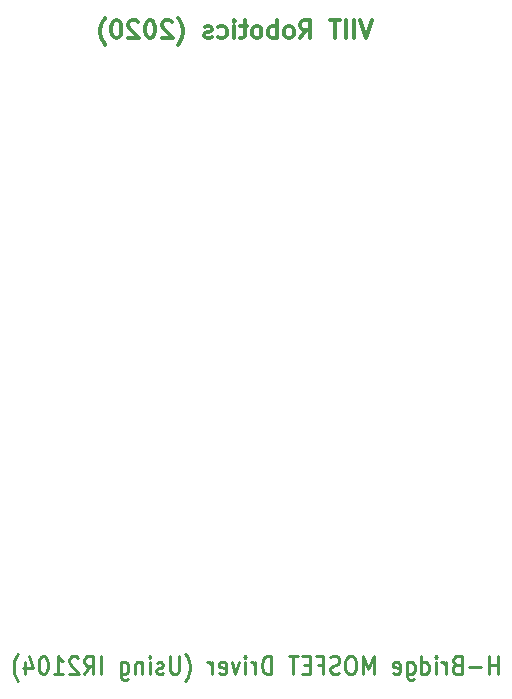
<source format=gbr>
G04 #@! TF.GenerationSoftware,KiCad,Pcbnew,(5.0.2)-1*
G04 #@! TF.CreationDate,2020-02-26T19:00:20+05:30*
G04 #@! TF.ProjectId,mosfet driver,6d6f7366-6574-4206-9472-697665722e6b,rev?*
G04 #@! TF.SameCoordinates,Original*
G04 #@! TF.FileFunction,Legend,Bot*
G04 #@! TF.FilePolarity,Positive*
%FSLAX46Y46*%
G04 Gerber Fmt 4.6, Leading zero omitted, Abs format (unit mm)*
G04 Created by KiCad (PCBNEW (5.0.2)-1) date 02/26/20 19:00:20*
%MOMM*%
%LPD*%
G01*
G04 APERTURE LIST*
%ADD10C,0.300000*%
%ADD11C,0.250000*%
G04 APERTURE END LIST*
D10*
X88061142Y-125162571D02*
X87561142Y-126662571D01*
X87061142Y-125162571D01*
X86561142Y-126662571D02*
X86561142Y-125162571D01*
X85846857Y-126662571D02*
X85846857Y-125162571D01*
X85346857Y-125162571D02*
X84489714Y-125162571D01*
X84918285Y-126662571D02*
X84918285Y-125162571D01*
X81989714Y-126662571D02*
X82489714Y-125948285D01*
X82846857Y-126662571D02*
X82846857Y-125162571D01*
X82275428Y-125162571D01*
X82132571Y-125234000D01*
X82061142Y-125305428D01*
X81989714Y-125448285D01*
X81989714Y-125662571D01*
X82061142Y-125805428D01*
X82132571Y-125876857D01*
X82275428Y-125948285D01*
X82846857Y-125948285D01*
X81132571Y-126662571D02*
X81275428Y-126591142D01*
X81346857Y-126519714D01*
X81418285Y-126376857D01*
X81418285Y-125948285D01*
X81346857Y-125805428D01*
X81275428Y-125734000D01*
X81132571Y-125662571D01*
X80918285Y-125662571D01*
X80775428Y-125734000D01*
X80704000Y-125805428D01*
X80632571Y-125948285D01*
X80632571Y-126376857D01*
X80704000Y-126519714D01*
X80775428Y-126591142D01*
X80918285Y-126662571D01*
X81132571Y-126662571D01*
X79989714Y-126662571D02*
X79989714Y-125162571D01*
X79989714Y-125734000D02*
X79846857Y-125662571D01*
X79561142Y-125662571D01*
X79418285Y-125734000D01*
X79346857Y-125805428D01*
X79275428Y-125948285D01*
X79275428Y-126376857D01*
X79346857Y-126519714D01*
X79418285Y-126591142D01*
X79561142Y-126662571D01*
X79846857Y-126662571D01*
X79989714Y-126591142D01*
X78418285Y-126662571D02*
X78561142Y-126591142D01*
X78632571Y-126519714D01*
X78704000Y-126376857D01*
X78704000Y-125948285D01*
X78632571Y-125805428D01*
X78561142Y-125734000D01*
X78418285Y-125662571D01*
X78204000Y-125662571D01*
X78061142Y-125734000D01*
X77989714Y-125805428D01*
X77918285Y-125948285D01*
X77918285Y-126376857D01*
X77989714Y-126519714D01*
X78061142Y-126591142D01*
X78204000Y-126662571D01*
X78418285Y-126662571D01*
X77489714Y-125662571D02*
X76918285Y-125662571D01*
X77275428Y-125162571D02*
X77275428Y-126448285D01*
X77204000Y-126591142D01*
X77061142Y-126662571D01*
X76918285Y-126662571D01*
X76418285Y-126662571D02*
X76418285Y-125662571D01*
X76418285Y-125162571D02*
X76489714Y-125234000D01*
X76418285Y-125305428D01*
X76346857Y-125234000D01*
X76418285Y-125162571D01*
X76418285Y-125305428D01*
X75061142Y-126591142D02*
X75204000Y-126662571D01*
X75489714Y-126662571D01*
X75632571Y-126591142D01*
X75704000Y-126519714D01*
X75775428Y-126376857D01*
X75775428Y-125948285D01*
X75704000Y-125805428D01*
X75632571Y-125734000D01*
X75489714Y-125662571D01*
X75204000Y-125662571D01*
X75061142Y-125734000D01*
X74489714Y-126591142D02*
X74346857Y-126662571D01*
X74061142Y-126662571D01*
X73918285Y-126591142D01*
X73846857Y-126448285D01*
X73846857Y-126376857D01*
X73918285Y-126234000D01*
X74061142Y-126162571D01*
X74275428Y-126162571D01*
X74418285Y-126091142D01*
X74489714Y-125948285D01*
X74489714Y-125876857D01*
X74418285Y-125734000D01*
X74275428Y-125662571D01*
X74061142Y-125662571D01*
X73918285Y-125734000D01*
X71632571Y-127234000D02*
X71704000Y-127162571D01*
X71846857Y-126948285D01*
X71918285Y-126805428D01*
X71989714Y-126591142D01*
X72061142Y-126234000D01*
X72061142Y-125948285D01*
X71989714Y-125591142D01*
X71918285Y-125376857D01*
X71846857Y-125234000D01*
X71704000Y-125019714D01*
X71632571Y-124948285D01*
X71132571Y-125305428D02*
X71061142Y-125234000D01*
X70918285Y-125162571D01*
X70561142Y-125162571D01*
X70418285Y-125234000D01*
X70346857Y-125305428D01*
X70275428Y-125448285D01*
X70275428Y-125591142D01*
X70346857Y-125805428D01*
X71204000Y-126662571D01*
X70275428Y-126662571D01*
X69346857Y-125162571D02*
X69204000Y-125162571D01*
X69061142Y-125234000D01*
X68989714Y-125305428D01*
X68918285Y-125448285D01*
X68846857Y-125734000D01*
X68846857Y-126091142D01*
X68918285Y-126376857D01*
X68989714Y-126519714D01*
X69061142Y-126591142D01*
X69204000Y-126662571D01*
X69346857Y-126662571D01*
X69489714Y-126591142D01*
X69561142Y-126519714D01*
X69632571Y-126376857D01*
X69704000Y-126091142D01*
X69704000Y-125734000D01*
X69632571Y-125448285D01*
X69561142Y-125305428D01*
X69489714Y-125234000D01*
X69346857Y-125162571D01*
X68275428Y-125305428D02*
X68204000Y-125234000D01*
X68061142Y-125162571D01*
X67704000Y-125162571D01*
X67561142Y-125234000D01*
X67489714Y-125305428D01*
X67418285Y-125448285D01*
X67418285Y-125591142D01*
X67489714Y-125805428D01*
X68346857Y-126662571D01*
X67418285Y-126662571D01*
X66489714Y-125162571D02*
X66346857Y-125162571D01*
X66204000Y-125234000D01*
X66132571Y-125305428D01*
X66061142Y-125448285D01*
X65989714Y-125734000D01*
X65989714Y-126091142D01*
X66061142Y-126376857D01*
X66132571Y-126519714D01*
X66204000Y-126591142D01*
X66346857Y-126662571D01*
X66489714Y-126662571D01*
X66632571Y-126591142D01*
X66704000Y-126519714D01*
X66775428Y-126376857D01*
X66846857Y-126091142D01*
X66846857Y-125734000D01*
X66775428Y-125448285D01*
X66704000Y-125305428D01*
X66632571Y-125234000D01*
X66489714Y-125162571D01*
X65489714Y-127234000D02*
X65418285Y-127162571D01*
X65275428Y-126948285D01*
X65204000Y-126805428D01*
X65132571Y-126591142D01*
X65061142Y-126234000D01*
X65061142Y-125948285D01*
X65132571Y-125591142D01*
X65204000Y-125376857D01*
X65275428Y-125234000D01*
X65418285Y-125019714D01*
X65489714Y-124948285D01*
D11*
X98739142Y-180510571D02*
X98739142Y-179010571D01*
X98739142Y-179724857D02*
X97967714Y-179724857D01*
X97967714Y-180510571D02*
X97967714Y-179010571D01*
X97324857Y-179939142D02*
X96296285Y-179939142D01*
X95203428Y-179724857D02*
X95010571Y-179796285D01*
X94946285Y-179867714D01*
X94882000Y-180010571D01*
X94882000Y-180224857D01*
X94946285Y-180367714D01*
X95010571Y-180439142D01*
X95139142Y-180510571D01*
X95653428Y-180510571D01*
X95653428Y-179010571D01*
X95203428Y-179010571D01*
X95074857Y-179082000D01*
X95010571Y-179153428D01*
X94946285Y-179296285D01*
X94946285Y-179439142D01*
X95010571Y-179582000D01*
X95074857Y-179653428D01*
X95203428Y-179724857D01*
X95653428Y-179724857D01*
X94303428Y-180510571D02*
X94303428Y-179510571D01*
X94303428Y-179796285D02*
X94239142Y-179653428D01*
X94174857Y-179582000D01*
X94046285Y-179510571D01*
X93917714Y-179510571D01*
X93467714Y-180510571D02*
X93467714Y-179510571D01*
X93467714Y-179010571D02*
X93532000Y-179082000D01*
X93467714Y-179153428D01*
X93403428Y-179082000D01*
X93467714Y-179010571D01*
X93467714Y-179153428D01*
X92246285Y-180510571D02*
X92246285Y-179010571D01*
X92246285Y-180439142D02*
X92374857Y-180510571D01*
X92632000Y-180510571D01*
X92760571Y-180439142D01*
X92824857Y-180367714D01*
X92889142Y-180224857D01*
X92889142Y-179796285D01*
X92824857Y-179653428D01*
X92760571Y-179582000D01*
X92632000Y-179510571D01*
X92374857Y-179510571D01*
X92246285Y-179582000D01*
X91024857Y-179510571D02*
X91024857Y-180724857D01*
X91089142Y-180867714D01*
X91153428Y-180939142D01*
X91282000Y-181010571D01*
X91474857Y-181010571D01*
X91603428Y-180939142D01*
X91024857Y-180439142D02*
X91153428Y-180510571D01*
X91410571Y-180510571D01*
X91539142Y-180439142D01*
X91603428Y-180367714D01*
X91667714Y-180224857D01*
X91667714Y-179796285D01*
X91603428Y-179653428D01*
X91539142Y-179582000D01*
X91410571Y-179510571D01*
X91153428Y-179510571D01*
X91024857Y-179582000D01*
X89867714Y-180439142D02*
X89996285Y-180510571D01*
X90253428Y-180510571D01*
X90382000Y-180439142D01*
X90446285Y-180296285D01*
X90446285Y-179724857D01*
X90382000Y-179582000D01*
X90253428Y-179510571D01*
X89996285Y-179510571D01*
X89867714Y-179582000D01*
X89803428Y-179724857D01*
X89803428Y-179867714D01*
X90446285Y-180010571D01*
X88196285Y-180510571D02*
X88196285Y-179010571D01*
X87746285Y-180082000D01*
X87296285Y-179010571D01*
X87296285Y-180510571D01*
X86396285Y-179010571D02*
X86139142Y-179010571D01*
X86010571Y-179082000D01*
X85882000Y-179224857D01*
X85817714Y-179510571D01*
X85817714Y-180010571D01*
X85882000Y-180296285D01*
X86010571Y-180439142D01*
X86139142Y-180510571D01*
X86396285Y-180510571D01*
X86524857Y-180439142D01*
X86653428Y-180296285D01*
X86717714Y-180010571D01*
X86717714Y-179510571D01*
X86653428Y-179224857D01*
X86524857Y-179082000D01*
X86396285Y-179010571D01*
X85303428Y-180439142D02*
X85110571Y-180510571D01*
X84789142Y-180510571D01*
X84660571Y-180439142D01*
X84596285Y-180367714D01*
X84532000Y-180224857D01*
X84532000Y-180082000D01*
X84596285Y-179939142D01*
X84660571Y-179867714D01*
X84789142Y-179796285D01*
X85046285Y-179724857D01*
X85174857Y-179653428D01*
X85239142Y-179582000D01*
X85303428Y-179439142D01*
X85303428Y-179296285D01*
X85239142Y-179153428D01*
X85174857Y-179082000D01*
X85046285Y-179010571D01*
X84724857Y-179010571D01*
X84532000Y-179082000D01*
X83503428Y-179724857D02*
X83953428Y-179724857D01*
X83953428Y-180510571D02*
X83953428Y-179010571D01*
X83310571Y-179010571D01*
X82796285Y-179724857D02*
X82346285Y-179724857D01*
X82153428Y-180510571D02*
X82796285Y-180510571D01*
X82796285Y-179010571D01*
X82153428Y-179010571D01*
X81767714Y-179010571D02*
X80996285Y-179010571D01*
X81382000Y-180510571D02*
X81382000Y-179010571D01*
X79517714Y-180510571D02*
X79517714Y-179010571D01*
X79196285Y-179010571D01*
X79003428Y-179082000D01*
X78874857Y-179224857D01*
X78810571Y-179367714D01*
X78746285Y-179653428D01*
X78746285Y-179867714D01*
X78810571Y-180153428D01*
X78874857Y-180296285D01*
X79003428Y-180439142D01*
X79196285Y-180510571D01*
X79517714Y-180510571D01*
X78167714Y-180510571D02*
X78167714Y-179510571D01*
X78167714Y-179796285D02*
X78103428Y-179653428D01*
X78039142Y-179582000D01*
X77910571Y-179510571D01*
X77782000Y-179510571D01*
X77332000Y-180510571D02*
X77332000Y-179510571D01*
X77332000Y-179010571D02*
X77396285Y-179082000D01*
X77332000Y-179153428D01*
X77267714Y-179082000D01*
X77332000Y-179010571D01*
X77332000Y-179153428D01*
X76817714Y-179510571D02*
X76496285Y-180510571D01*
X76174857Y-179510571D01*
X75146285Y-180439142D02*
X75274857Y-180510571D01*
X75532000Y-180510571D01*
X75660571Y-180439142D01*
X75724857Y-180296285D01*
X75724857Y-179724857D01*
X75660571Y-179582000D01*
X75532000Y-179510571D01*
X75274857Y-179510571D01*
X75146285Y-179582000D01*
X75082000Y-179724857D01*
X75082000Y-179867714D01*
X75724857Y-180010571D01*
X74503428Y-180510571D02*
X74503428Y-179510571D01*
X74503428Y-179796285D02*
X74439142Y-179653428D01*
X74374857Y-179582000D01*
X74246285Y-179510571D01*
X74117714Y-179510571D01*
X72253428Y-181082000D02*
X72317714Y-181010571D01*
X72446285Y-180796285D01*
X72510571Y-180653428D01*
X72574857Y-180439142D01*
X72639142Y-180082000D01*
X72639142Y-179796285D01*
X72574857Y-179439142D01*
X72510571Y-179224857D01*
X72446285Y-179082000D01*
X72317714Y-178867714D01*
X72253428Y-178796285D01*
X71739142Y-179010571D02*
X71739142Y-180224857D01*
X71674857Y-180367714D01*
X71610571Y-180439142D01*
X71482000Y-180510571D01*
X71224857Y-180510571D01*
X71096285Y-180439142D01*
X71032000Y-180367714D01*
X70967714Y-180224857D01*
X70967714Y-179010571D01*
X70389142Y-180439142D02*
X70260571Y-180510571D01*
X70003428Y-180510571D01*
X69874857Y-180439142D01*
X69810571Y-180296285D01*
X69810571Y-180224857D01*
X69874857Y-180082000D01*
X70003428Y-180010571D01*
X70196285Y-180010571D01*
X70324857Y-179939142D01*
X70389142Y-179796285D01*
X70389142Y-179724857D01*
X70324857Y-179582000D01*
X70196285Y-179510571D01*
X70003428Y-179510571D01*
X69874857Y-179582000D01*
X69232000Y-180510571D02*
X69232000Y-179510571D01*
X69232000Y-179010571D02*
X69296285Y-179082000D01*
X69232000Y-179153428D01*
X69167714Y-179082000D01*
X69232000Y-179010571D01*
X69232000Y-179153428D01*
X68589142Y-179510571D02*
X68589142Y-180510571D01*
X68589142Y-179653428D02*
X68524857Y-179582000D01*
X68396285Y-179510571D01*
X68203428Y-179510571D01*
X68074857Y-179582000D01*
X68010571Y-179724857D01*
X68010571Y-180510571D01*
X66789142Y-179510571D02*
X66789142Y-180724857D01*
X66853428Y-180867714D01*
X66917714Y-180939142D01*
X67046285Y-181010571D01*
X67239142Y-181010571D01*
X67367714Y-180939142D01*
X66789142Y-180439142D02*
X66917714Y-180510571D01*
X67174857Y-180510571D01*
X67303428Y-180439142D01*
X67367714Y-180367714D01*
X67432000Y-180224857D01*
X67432000Y-179796285D01*
X67367714Y-179653428D01*
X67303428Y-179582000D01*
X67174857Y-179510571D01*
X66917714Y-179510571D01*
X66789142Y-179582000D01*
X65117714Y-180510571D02*
X65117714Y-179010571D01*
X63703428Y-180510571D02*
X64153428Y-179796285D01*
X64474857Y-180510571D02*
X64474857Y-179010571D01*
X63960571Y-179010571D01*
X63831999Y-179082000D01*
X63767714Y-179153428D01*
X63703428Y-179296285D01*
X63703428Y-179510571D01*
X63767714Y-179653428D01*
X63831999Y-179724857D01*
X63960571Y-179796285D01*
X64474857Y-179796285D01*
X63189142Y-179153428D02*
X63124857Y-179082000D01*
X62996285Y-179010571D01*
X62674857Y-179010571D01*
X62546285Y-179082000D01*
X62481999Y-179153428D01*
X62417714Y-179296285D01*
X62417714Y-179439142D01*
X62481999Y-179653428D01*
X63253428Y-180510571D01*
X62417714Y-180510571D01*
X61131999Y-180510571D02*
X61903428Y-180510571D01*
X61517714Y-180510571D02*
X61517714Y-179010571D01*
X61646285Y-179224857D01*
X61774857Y-179367714D01*
X61903428Y-179439142D01*
X60296285Y-179010571D02*
X60167714Y-179010571D01*
X60039142Y-179082000D01*
X59974857Y-179153428D01*
X59910571Y-179296285D01*
X59846285Y-179582000D01*
X59846285Y-179939142D01*
X59910571Y-180224857D01*
X59974857Y-180367714D01*
X60039142Y-180439142D01*
X60167714Y-180510571D01*
X60296285Y-180510571D01*
X60424857Y-180439142D01*
X60489142Y-180367714D01*
X60553428Y-180224857D01*
X60617714Y-179939142D01*
X60617714Y-179582000D01*
X60553428Y-179296285D01*
X60489142Y-179153428D01*
X60424857Y-179082000D01*
X60296285Y-179010571D01*
X58689142Y-179510571D02*
X58689142Y-180510571D01*
X59010571Y-178939142D02*
X59331999Y-180010571D01*
X58496285Y-180010571D01*
X58110571Y-181082000D02*
X58046285Y-181010571D01*
X57917714Y-180796285D01*
X57853428Y-180653428D01*
X57789142Y-180439142D01*
X57724857Y-180082000D01*
X57724857Y-179796285D01*
X57789142Y-179439142D01*
X57853428Y-179224857D01*
X57917714Y-179082000D01*
X58046285Y-178867714D01*
X58110571Y-178796285D01*
M02*

</source>
